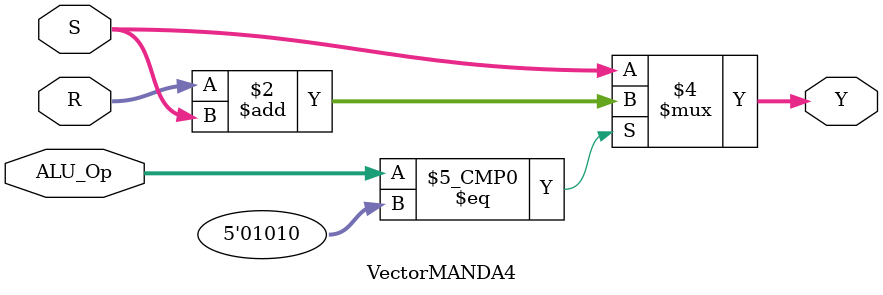
<source format=v>
`timescale 1ns / 1ps
module VectorMANDA4(R, S, ALU_Op, Y);

input [7:0] R, S;
input [4:0] ALU_Op;
output [7:0] Y;
reg [7:0] Y;

reg [15:0] Product_Register;
reg [7:0] Multiplicand;

always @(R or S or ALU_Op)
begin
	case (ALU_Op)
	5'b01010:	
		Y = R + S;                        // Addition	
	default:
		Y = S;
	endcase
			
end




endmodule

</source>
